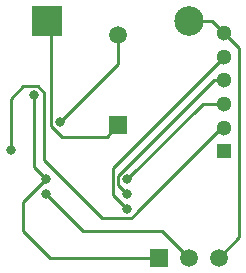
<source format=gbl>
G04 Layer_Physical_Order=2*
G04 Layer_Color=16711680*
%FSTAX42Y42*%
%MOMM*%
G71*
G01*
G75*
%ADD18C,0.25*%
%ADD19C,1.30*%
%ADD20R,1.30X1.30*%
%ADD21C,1.50*%
%ADD22R,1.50X1.50*%
%ADD23R,1.50X1.50*%
%ADD24C,0.81*%
%ADD25R,2.50X2.50*%
%ADD26C,2.50*%
D18*
X026028Y043544D02*
X026153Y043419D01*
Y041815D02*
Y043419D01*
X025982Y041644D02*
X026153Y041815D01*
X025287Y042027D02*
X026003Y042744D01*
X026028D01*
X025287Y042022D02*
Y042027D01*
X025242Y041977D02*
X025287Y042022D01*
X024995Y041977D02*
X025242D01*
X02456Y042762D02*
Y043612D01*
X024528Y043644D02*
X02456Y043612D01*
X025128Y043286D02*
Y043525D01*
X024636Y042794D02*
X025128Y043286D01*
X025034Y042669D02*
X025128Y042763D01*
X024653Y042669D02*
X025034D01*
X02456Y042762D02*
X024653Y042669D01*
X02445Y043095D02*
X024503Y043042D01*
Y042469D02*
Y043042D01*
Y042469D02*
X024995Y041977D01*
X024329Y043095D02*
X02445D01*
X024221Y042987D02*
X024329Y043095D01*
X024221Y042559D02*
Y042987D01*
X024418Y04241D02*
X024521Y042307D01*
X024418Y04241D02*
Y043019D01*
X024833Y041869D02*
X025503D01*
X025728Y041644D01*
X024521Y04218D02*
X024833Y041869D01*
X024328D02*
X024553Y041644D01*
X024328Y041869D02*
Y042114D01*
X024521Y042307D01*
X024553Y041644D02*
X025474D01*
X025134Y042339D02*
X025939Y043144D01*
X026028D01*
X025086Y042178D02*
Y042401D01*
X026028Y043344D01*
X025086Y042178D02*
X02521Y042053D01*
X025134Y042256D02*
Y042339D01*
Y042256D02*
X02521Y04218D01*
X025847Y042944D02*
X026028D01*
X02521Y042307D02*
X025847Y042944D01*
X025928Y043644D02*
X026028Y043544D01*
X025728Y043644D02*
X025928D01*
D19*
X026028Y043544D02*
D03*
Y043344D02*
D03*
Y043144D02*
D03*
Y042744D02*
D03*
Y042944D02*
D03*
D20*
Y042544D02*
D03*
D21*
X025128Y043525D02*
D03*
X025728Y041644D02*
D03*
X025982D02*
D03*
D22*
X025128Y042763D02*
D03*
D23*
X025474Y041644D02*
D03*
D24*
X02521Y042307D02*
D03*
X024521D02*
D03*
X024418Y043019D02*
D03*
X024521Y04218D02*
D03*
X024636Y042794D02*
D03*
X024221Y042559D02*
D03*
X02521Y04218D02*
D03*
Y042053D02*
D03*
D25*
X024528Y043644D02*
D03*
D26*
X025728D02*
D03*
M02*

</source>
